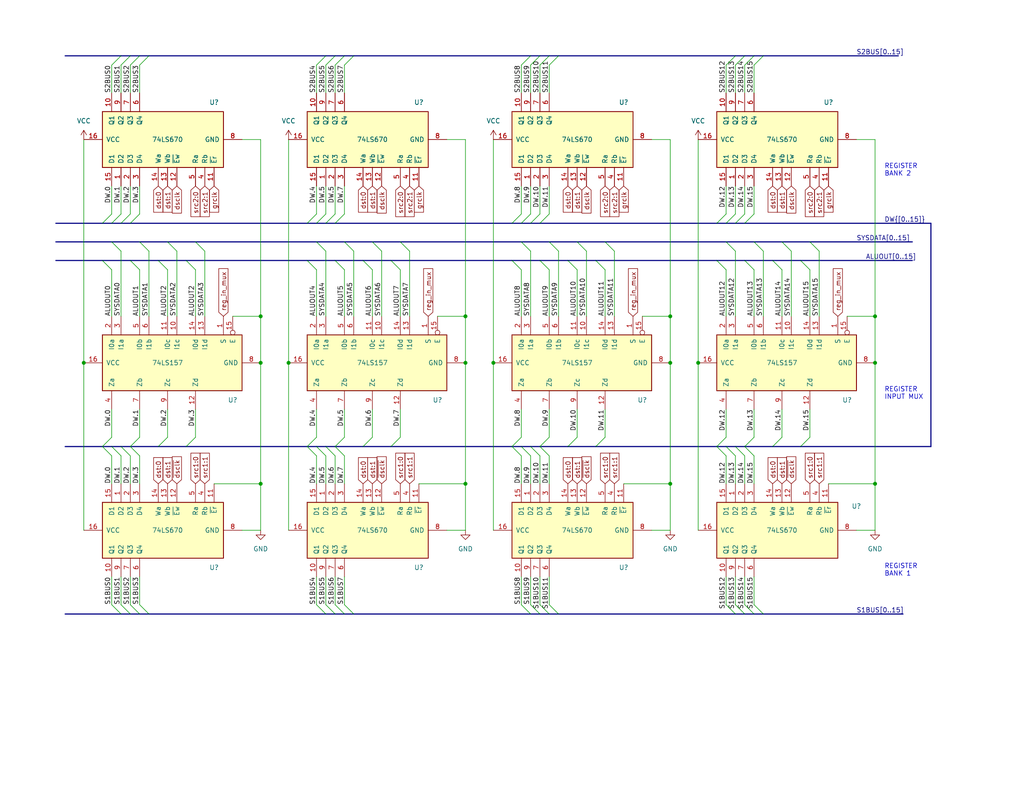
<source format=kicad_sch>
(kicad_sch (version 20211123) (generator eeschema)
  (paper "USLetter")
  (title_block (title "YARC General Registers") (comment 1 "All ICs are HC family regardless of P/N shown"))
  (lib_symbols
    (symbol "74xx:74LS157" (pin_names (offset 1.016))
      (property "Reference" "U" (at -7.62 19.05 0))
      (property "Value" "74LS157" (at -7.62 -21.59 0))
      (symbol "74LS157_1_0"
        (pin input line (at -12.7 -15.24 0) (length 5.08) (name "S") (number "1"))
        (pin input line (at -12.7 -2.54 0) (length 5.08) (name "I1c") (number "10"))
        (pin input line (at -12.7 0 0) (length 5.08) (name "I0c") (number "11"))
        (pin output line (at 12.7 -7.62 180) (length 5.08) (name "Zd") (number "12"))
        (pin input line (at -12.7 -10.16 0) (length 5.08) (name "I1d") (number "13"))
        (pin input line (at -12.7 -7.62 0) (length 5.08) (name "I0d") (number "14"))
        (pin input inverted (at -12.7 -17.78 0) (length 5.08) (name "E") (number "15"))
        (pin power_in line (at 0 22.86 270) (length 5.08) (name "VCC") (number "16"))
        (pin input line (at -12.7 15.24 0) (length 5.08) (name "I0a") (number "2"))
        (pin input line (at -12.7 12.7 0) (length 5.08) (name "I1a") (number "3"))
        (pin output line (at 12.7 15.24 180) (length 5.08) (name "Za") (number "4"))
        (pin input line (at -12.7 7.62 0) (length 5.08) (name "I0b") (number "5"))
        (pin input line (at -12.7 5.08 0) (length 5.08) (name "I1b") (number "6"))
        (pin output line (at 12.7 7.62 180) (length 5.08) (name "Zb") (number "7"))
        (pin power_in line (at 0 -25.4 90) (length 5.08) (name "GND") (number "8"))
        (pin output line (at 12.7 0 180) (length 5.08) (name "Zc") (number "9"))
      )
      (symbol "74LS157_1_1"
        (rectangle (start -7.62 17.78) (end 7.62 -20.32) (stroke (width 0.254)) (fill (type background)))
      )
    )
    (symbol "74xx:74LS670" (pin_names (offset 1.016))
      (property "Reference" "U" (at -7.62 16.51 0))
      (property "Value" "74LS670" (at -7.62 -19.05 0))
      (symbol "74LS670_1_0"
        (pin input line (at -12.7 10.16 0) (length 5.08) (name "D2") (number "1"))
        (pin tri_state line (at 12.7 12.7 180) (length 5.08) (name "Q1") (number "10"))
        (pin input line (at -12.7 -15.24 0) (length 5.08) (name "~{Er}") (number "11"))
        (pin input line (at -12.7 -5.08 0) (length 5.08) (name "~{Ew}") (number "12"))
        (pin input line (at -12.7 -2.54 0) (length 5.08) (name "Wb") (number "13"))
        (pin input line (at -12.7 0 0) (length 5.08) (name "Wa") (number "14"))
        (pin input line (at -12.7 12.7 0) (length 5.08) (name "D1") (number "15"))
        (pin power_in line (at 0 20.32 270) (length 5.08) (name "VCC") (number "16"))
        (pin input line (at -12.7 7.62 0) (length 5.08) (name "D3") (number "2"))
        (pin input line (at -12.7 5.08 0) (length 5.08) (name "D4") (number "3"))
        (pin input line (at -12.7 -12.7 0) (length 5.08) (name "Rb") (number "4"))
        (pin input line (at -12.7 -10.16 0) (length 5.08) (name "Ra") (number "5"))
        (pin tri_state line (at 12.7 5.08 180) (length 5.08) (name "Q4") (number "6"))
        (pin tri_state line (at 12.7 7.62 180) (length 5.08) (name "Q3") (number "7"))
        (pin power_in line (at 0 -22.86 90) (length 5.08) (name "GND") (number "8"))
        (pin tri_state line (at 12.7 10.16 180) (length 5.08) (name "Q2") (number "9"))
      )
      (symbol "74LS670_1_1"
        (rectangle (start -7.62 15.24) (end 7.62 -17.78) (stroke (width 0.254)) (fill (type background)))
      )
    )
    (symbol "power:GND" (power) (pin_names (offset 0))
      (property "Value" "GND" (at 0 -3.81 0))
      (symbol "GND_0_1"
        (polyline (pts (xy 0 0) (xy 0 -1.27) (xy 1.27 -1.27) (xy 0 -2.54) (xy -1.27 -1.27) (xy 0 -1.27)))
      )
      (symbol "GND_1_1"
        (pin power_in line (at 0 0 270) (length 0) hide (name "GND") (number "1"))
      )
    )
    (symbol "power:VCC" (power) (pin_names (offset 0))
      (property "Value" "VCC" (at 0 3.81 0))
      (symbol "VCC_0_1"
        (polyline (pts (xy -0.762 1.27) (xy 0 2.54)))
        (polyline (pts (xy 0 0) (xy 0 2.54)))
        (polyline (pts (xy 0 2.54) (xy 0.762 1.27)))
      )
      (symbol "VCC_1_1"
        (pin power_in line (at 0 0 90) (length 0) hide (name "VCC") (number "1"))
      )
    )
  )
  (junction (at 182.88 86.36))
  (junction (at 182.88 132.08))
  (junction (at 127 99.06))
  (junction (at 71.12 86.36))
  (junction (at 71.12 132.08))
  (junction (at 190.5 99.06))
  (junction (at 238.76 99.06))
  (junction (at 238.76 132.08))
  (junction (at 78.74 99.06))
  (junction (at 182.88 99.06))
  (junction (at 134.62 99.06))
  (junction (at 127 86.36))
  (junction (at 238.76 86.36))
  (junction (at 71.12 99.06))
  (junction (at 127 132.08))
  (junction (at 22.86 99.06))
  (bus_entry (at 93.98 66.04) (size 2.54 2.54))
  (bus_entry (at 195.58 60.96) (size 2.54 -2.54))
  (bus_entry (at 147.32 121.92) (size 2.54 2.54))
  (bus_entry (at 203.2 71.12) (size 2.54 2.54))
  (bus_entry (at 149.86 15.24) (size -2.54 2.54))
  (bus_entry (at 149.86 66.04) (size 2.54 2.54))
  (bus_entry (at 96.52 167.64) (size -2.54 -2.54))
  (bus_entry (at 40.64 15.24) (size -2.54 2.54))
  (bus_entry (at 139.7 60.96) (size 2.54 -2.54))
  (bus_entry (at 152.4 15.24) (size -2.54 2.54))
  (bus_entry (at 38.1 66.04) (size 2.54 2.54))
  (bus_entry (at 99.06 121.92) (size 2.54 -2.54))
  (bus_entry (at 83.82 60.96) (size 2.54 -2.54))
  (bus_entry (at 45.72 66.04) (size 2.54 2.54))
  (bus_entry (at 33.02 121.92) (size 2.54 2.54))
  (bus_entry (at 30.48 60.96) (size 2.54 -2.54))
  (bus_entry (at 162.56 121.92) (size 2.54 -2.54))
  (bus_entry (at 38.1 167.64) (size -2.54 -2.54))
  (bus_entry (at 152.4 167.64) (size -2.54 -2.54))
  (bus_entry (at 35.56 15.24) (size -2.54 2.54))
  (bus_entry (at 35.56 167.64) (size -2.54 -2.54))
  (bus_entry (at 203.2 167.64) (size -2.54 -2.54))
  (bus_entry (at 30.48 121.92) (size 2.54 2.54))
  (bus_entry (at 205.74 167.64) (size -2.54 -2.54))
  (bus_entry (at 86.36 66.04) (size 2.54 2.54))
  (bus_entry (at 50.8 121.92) (size 2.54 -2.54))
  (bus_entry (at 149.86 167.64) (size -2.54 -2.54))
  (bus_entry (at 203.2 15.24) (size -2.54 2.54))
  (bus_entry (at 195.58 121.92) (size 2.54 -2.54))
  (bus_entry (at 210.82 71.12) (size 2.54 2.54))
  (bus_entry (at 144.78 167.64) (size -2.54 -2.54))
  (bus_entry (at 91.44 71.12) (size 2.54 2.54))
  (bus_entry (at 203.2 121.92) (size 2.54 2.54))
  (bus_entry (at 88.9 60.96) (size 2.54 -2.54))
  (bus_entry (at 83.82 71.12) (size 2.54 2.54))
  (bus_entry (at 27.94 121.92) (size 2.54 2.54))
  (bus_entry (at 43.18 71.12) (size 2.54 2.54))
  (bus_entry (at 91.44 121.92) (size 2.54 -2.54))
  (bus_entry (at 147.32 71.12) (size 2.54 2.54))
  (bus_entry (at 218.44 71.12) (size 2.54 2.54))
  (bus_entry (at 86.36 121.92) (size 2.54 2.54))
  (bus_entry (at 88.9 167.64) (size -2.54 -2.54))
  (bus_entry (at 157.48 66.04) (size 2.54 2.54))
  (bus_entry (at 35.56 121.92) (size 2.54 2.54))
  (bus_entry (at 86.36 60.96) (size 2.54 -2.54))
  (bus_entry (at 142.24 121.92) (size 2.54 2.54))
  (bus_entry (at 200.66 167.64) (size -2.54 -2.54))
  (bus_entry (at 40.64 167.64) (size -2.54 -2.54))
  (bus_entry (at 83.82 121.92) (size 2.54 2.54))
  (bus_entry (at 101.6 66.04) (size 2.54 2.54))
  (bus_entry (at 35.56 71.12) (size 2.54 2.54))
  (bus_entry (at 35.56 60.96) (size 2.54 -2.54))
  (bus_entry (at 144.78 60.96) (size 2.54 -2.54))
  (bus_entry (at 106.68 71.12) (size 2.54 2.54))
  (bus_entry (at 27.94 71.12) (size 2.54 2.54))
  (bus_entry (at 200.66 15.24) (size -2.54 2.54))
  (bus_entry (at 91.44 15.24) (size -2.54 2.54))
  (bus_entry (at 27.94 60.96) (size 2.54 -2.54))
  (bus_entry (at 203.2 121.92) (size 2.54 -2.54))
  (bus_entry (at 83.82 121.92) (size 2.54 -2.54))
  (bus_entry (at 35.56 121.92) (size 2.54 -2.54))
  (bus_entry (at 208.28 167.64) (size -2.54 -2.54))
  (bus_entry (at 218.44 121.92) (size 2.54 -2.54))
  (bus_entry (at 88.9 15.24) (size -2.54 2.54))
  (bus_entry (at 154.94 121.92) (size 2.54 -2.54))
  (bus_entry (at 53.34 66.04) (size 2.54 2.54))
  (bus_entry (at 30.48 66.04) (size 2.54 2.54))
  (bus_entry (at 165.1 66.04) (size 2.54 2.54))
  (bus_entry (at 195.58 121.92) (size 2.54 2.54))
  (bus_entry (at 195.58 71.12) (size 2.54 2.54))
  (bus_entry (at 147.32 121.92) (size 2.54 -2.54))
  (bus_entry (at 38.1 15.24) (size -2.54 2.54))
  (bus_entry (at 50.8 71.12) (size 2.54 2.54))
  (bus_entry (at 147.32 15.24) (size -2.54 2.54))
  (bus_entry (at 198.12 60.96) (size 2.54 -2.54))
  (bus_entry (at 27.94 121.92) (size 2.54 -2.54))
  (bus_entry (at 142.24 66.04) (size 2.54 2.54))
  (bus_entry (at 99.06 71.12) (size 2.54 2.54))
  (bus_entry (at 147.32 60.96) (size 2.54 -2.54))
  (bus_entry (at 154.94 71.12) (size 2.54 2.54))
  (bus_entry (at 33.02 15.24) (size -2.54 2.54))
  (bus_entry (at 43.18 121.92) (size 2.54 -2.54))
  (bus_entry (at 198.12 121.92) (size 2.54 2.54))
  (bus_entry (at 33.02 60.96) (size 2.54 -2.54))
  (bus_entry (at 147.32 167.64) (size -2.54 -2.54))
  (bus_entry (at 210.82 121.92) (size 2.54 -2.54))
  (bus_entry (at 213.36 66.04) (size 2.54 2.54))
  (bus_entry (at 144.78 15.24) (size -2.54 2.54))
  (bus_entry (at 93.98 167.64) (size -2.54 -2.54))
  (bus_entry (at 88.9 121.92) (size 2.54 2.54))
  (bus_entry (at 91.44 167.64) (size -2.54 -2.54))
  (bus_entry (at 142.24 60.96) (size 2.54 -2.54))
  (bus_entry (at 208.28 15.24) (size -2.54 2.54))
  (bus_entry (at 91.44 60.96) (size 2.54 -2.54))
  (bus_entry (at 205.74 66.04) (size 2.54 2.54))
  (bus_entry (at 93.98 15.24) (size -2.54 2.54))
  (bus_entry (at 200.66 121.92) (size 2.54 2.54))
  (bus_entry (at 205.74 15.24) (size -2.54 2.54))
  (bus_entry (at 33.02 167.64) (size -2.54 -2.54))
  (bus_entry (at 139.7 121.92) (size 2.54 2.54))
  (bus_entry (at 220.98 66.04) (size 2.54 2.54))
  (bus_entry (at 200.66 60.96) (size 2.54 -2.54))
  (bus_entry (at 96.52 15.24) (size -2.54 2.54))
  (bus_entry (at 162.56 71.12) (size 2.54 2.54))
  (bus_entry (at 109.22 66.04) (size 2.54 2.54))
  (bus_entry (at 198.12 66.04) (size 2.54 2.54))
  (bus_entry (at 91.44 121.92) (size 2.54 2.54))
  (bus_entry (at 106.68 121.92) (size 2.54 -2.54))
  (bus_entry (at 139.7 71.12) (size 2.54 2.54))
  (bus_entry (at 139.7 121.92) (size 2.54 -2.54))
  (bus_entry (at 203.2 60.96) (size 2.54 -2.54))
  (bus_entry (at 144.78 121.92) (size 2.54 2.54))
  (wire (pts (xy 205.74 73.66) (xy 205.74 86.36)))
  (bus (pts (xy 200.66 15.24) (xy 203.2 15.24)))
  (bus (pts (xy 83.82 71.12) (xy 91.44 71.12)))
  (wire (pts (xy 190.5 38.1) (xy 190.5 99.06)))
  (bus (pts (xy 142.24 66.04) (xy 149.86 66.04)))
  (wire (pts (xy 144.78 124.46) (xy 144.78 132.08)))
  (wire (pts (xy 86.36 165.1) (xy 86.36 157.48)))
  (bus (pts (xy 154.94 121.92) (xy 162.56 121.92)))
  (bus (pts (xy 53.34 66.04) (xy 86.36 66.04)))
  (wire (pts (xy 104.14 68.58) (xy 104.14 86.36)))
  (wire (pts (xy 121.92 144.78) (xy 127 144.78)))
  (bus (pts (xy 88.9 15.24) (xy 91.44 15.24)))
  (bus (pts (xy 91.44 121.92) (xy 99.06 121.92)))
  (bus (pts (xy 35.56 167.64) (xy 38.1 167.64)))
  (wire (pts (xy 208.28 68.58) (xy 208.28 86.36)))
  (bus (pts (xy 30.48 60.96) (xy 33.02 60.96)))
  (bus (pts (xy 86.36 60.96) (xy 88.9 60.96)))
  (wire (pts (xy 233.68 144.78) (xy 238.76 144.78)))
  (wire (pts (xy 101.6 119.38) (xy 101.6 111.76)))
  (bus (pts (xy 210.82 121.92) (xy 218.44 121.92)))
  (wire (pts (xy 175.26 86.36) (xy 182.88 86.36)))
  (bus (pts (xy 106.68 71.12) (xy 139.7 71.12)))
  (bus (pts (xy 205.74 66.04) (xy 213.36 66.04)))
  (wire (pts (xy 182.88 38.1) (xy 182.88 86.36)))
  (wire (pts (xy 30.48 17.78) (xy 30.48 25.4)))
  (wire (pts (xy 198.12 17.78) (xy 198.12 25.4)))
  (wire (pts (xy 35.56 165.1) (xy 35.56 157.48)))
  (bus (pts (xy 152.4 167.64) (xy 200.66 167.64)))
  (wire (pts (xy 142.24 165.1) (xy 142.24 157.48)))
  (wire (pts (xy 58.42 132.08) (xy 71.12 132.08)))
  (wire (pts (xy 149.86 165.1) (xy 149.86 157.48)))
  (bus (pts (xy 220.98 66.04) (xy 248.92 66.04)))
  (wire (pts (xy 200.66 58.42) (xy 200.66 50.8)))
  (wire (pts (xy 182.88 144.78) (xy 182.88 132.08)))
  (bus (pts (xy 139.7 71.12) (xy 147.32 71.12)))
  (wire (pts (xy 205.74 165.1) (xy 205.74 157.48)))
  (bus (pts (xy 91.44 60.96) (xy 139.7 60.96)))
  (wire (pts (xy 88.9 58.42) (xy 88.9 50.8)))
  (wire (pts (xy 231.14 86.36) (xy 238.76 86.36)))
  (wire (pts (xy 38.1 73.66) (xy 38.1 86.36)))
  (wire (pts (xy 127 38.1) (xy 121.92 38.1)))
  (bus (pts (xy 33.02 60.96) (xy 35.56 60.96)))
  (bus (pts (xy 38.1 66.04) (xy 45.72 66.04)))
  (wire (pts (xy 38.1 119.38) (xy 38.1 111.76)))
  (bus (pts (xy 144.78 167.64) (xy 147.32 167.64)))
  (wire (pts (xy 142.24 17.78) (xy 142.24 25.4)))
  (wire (pts (xy 149.86 17.78) (xy 149.86 25.4)))
  (wire (pts (xy 177.8 144.78) (xy 182.88 144.78)))
  (wire (pts (xy 149.86 124.46) (xy 149.86 132.08)))
  (wire (pts (xy 48.26 68.58) (xy 48.26 86.36)))
  (wire (pts (xy 86.36 73.66) (xy 86.36 86.36)))
  (wire (pts (xy 101.6 73.66) (xy 101.6 86.36)))
  (bus (pts (xy 147.32 71.12) (xy 154.94 71.12)))
  (bus (pts (xy 147.32 60.96) (xy 195.58 60.96)))
  (bus (pts (xy 198.12 121.92) (xy 200.66 121.92)))
  (bus (pts (xy 93.98 66.04) (xy 101.6 66.04)))
  (wire (pts (xy 71.12 132.08) (xy 71.12 99.06)))
  (wire (pts (xy 93.98 124.46) (xy 93.98 132.08)))
  (bus (pts (xy 142.24 121.92) (xy 144.78 121.92)))
  (wire (pts (xy 213.36 119.38) (xy 213.36 111.76)))
  (wire (pts (xy 114.3 132.08) (xy 127 132.08)))
  (wire (pts (xy 215.9 68.58) (xy 215.9 86.36)))
  (wire (pts (xy 35.56 58.42) (xy 35.56 50.8)))
  (wire (pts (xy 142.24 58.42) (xy 142.24 50.8)))
  (bus (pts (xy 208.28 167.64) (xy 246.38 167.64)))
  (wire (pts (xy 88.9 17.78) (xy 88.9 25.4)))
  (wire (pts (xy 238.76 86.36) (xy 238.76 99.06)))
  (wire (pts (xy 165.1 73.66) (xy 165.1 86.36)))
  (wire (pts (xy 144.78 17.78) (xy 144.78 25.4)))
  (wire (pts (xy 203.2 165.1) (xy 203.2 157.48)))
  (wire (pts (xy 93.98 58.42) (xy 93.98 50.8)))
  (wire (pts (xy 205.74 124.46) (xy 205.74 132.08)))
  (wire (pts (xy 40.64 68.58) (xy 40.64 86.36)))
  (bus (pts (xy 86.36 66.04) (xy 93.98 66.04)))
  (wire (pts (xy 165.1 119.38) (xy 165.1 111.76)))
  (wire (pts (xy 30.48 119.38) (xy 30.48 111.76)))
  (wire (pts (xy 203.2 17.78) (xy 203.2 25.4)))
  (wire (pts (xy 63.5 86.36) (xy 71.12 86.36)))
  (wire (pts (xy 238.76 132.08) (xy 238.76 99.06)))
  (bus (pts (xy 144.78 60.96) (xy 147.32 60.96)))
  (wire (pts (xy 30.48 124.46) (xy 30.48 132.08)))
  (bus (pts (xy 43.18 121.92) (xy 50.8 121.92)))
  (bus (pts (xy 86.36 121.92) (xy 88.9 121.92)))
  (bus (pts (xy 205.74 167.64) (xy 208.28 167.64)))
  (wire (pts (xy 78.74 38.1) (xy 78.74 99.06)))
  (bus (pts (xy 203.2 167.64) (xy 205.74 167.64)))
  (bus (pts (xy 203.2 15.24) (xy 205.74 15.24)))
  (wire (pts (xy 220.98 119.38) (xy 220.98 111.76)))
  (wire (pts (xy 93.98 119.38) (xy 93.98 111.76)))
  (wire (pts (xy 152.4 68.58) (xy 152.4 86.36)))
  (wire (pts (xy 142.24 73.66) (xy 142.24 86.36)))
  (bus (pts (xy 157.48 66.04) (xy 165.1 66.04)))
  (wire (pts (xy 91.44 17.78) (xy 91.44 25.4)))
  (wire (pts (xy 45.72 73.66) (xy 45.72 86.36)))
  (wire (pts (xy 71.12 144.78) (xy 71.12 132.08)))
  (bus (pts (xy 17.78 167.64) (xy 33.02 167.64)))
  (wire (pts (xy 38.1 58.42) (xy 38.1 50.8)))
  (wire (pts (xy 30.48 58.42) (xy 30.48 50.8)))
  (bus (pts (xy 40.64 15.24) (xy 88.9 15.24)))
  (bus (pts (xy 147.32 121.92) (xy 154.94 121.92)))
  (bus (pts (xy 38.1 15.24) (xy 40.64 15.24)))
  (wire (pts (xy 198.12 73.66) (xy 198.12 86.36)))
  (wire (pts (xy 200.66 124.46) (xy 200.66 132.08)))
  (wire (pts (xy 93.98 165.1) (xy 93.98 157.48)))
  (bus (pts (xy 106.68 121.92) (xy 139.7 121.92)))
  (wire (pts (xy 205.74 119.38) (xy 205.74 111.76)))
  (wire (pts (xy 182.88 132.08) (xy 182.88 99.06)))
  (wire (pts (xy 198.12 119.38) (xy 198.12 111.76)))
  (wire (pts (xy 190.5 144.78) (xy 190.5 99.06)))
  (bus (pts (xy 210.82 71.12) (xy 218.44 71.12)))
  (bus (pts (xy 99.06 71.12) (xy 106.68 71.12)))
  (bus (pts (xy 195.58 121.92) (xy 198.12 121.92)))
  (wire (pts (xy 147.32 17.78) (xy 147.32 25.4)))
  (bus (pts (xy 144.78 15.24) (xy 147.32 15.24)))
  (wire (pts (xy 198.12 58.42) (xy 198.12 50.8)))
  (bus (pts (xy 35.56 60.96) (xy 83.82 60.96)))
  (bus (pts (xy 83.82 60.96) (xy 86.36 60.96)))
  (wire (pts (xy 147.32 165.1) (xy 147.32 157.48)))
  (wire (pts (xy 149.86 73.66) (xy 149.86 86.36)))
  (wire (pts (xy 147.32 58.42) (xy 147.32 50.8)))
  (bus (pts (xy 91.44 167.64) (xy 93.98 167.64)))
  (bus (pts (xy 50.8 121.92) (xy 83.82 121.92)))
  (wire (pts (xy 78.74 144.78) (xy 78.74 99.06)))
  (bus (pts (xy 149.86 66.04) (xy 157.48 66.04)))
  (wire (pts (xy 119.38 86.36) (xy 127 86.36)))
  (wire (pts (xy 200.66 68.58) (xy 200.66 86.36)))
  (bus (pts (xy 88.9 60.96) (xy 91.44 60.96)))
  (wire (pts (xy 66.04 144.78) (xy 71.12 144.78)))
  (wire (pts (xy 238.76 144.78) (xy 238.76 132.08)))
  (wire (pts (xy 53.34 73.66) (xy 53.34 86.36)))
  (bus (pts (xy 205.74 15.24) (xy 208.28 15.24)))
  (wire (pts (xy 35.56 124.46) (xy 35.56 132.08)))
  (wire (pts (xy 45.72 119.38) (xy 45.72 111.76)))
  (wire (pts (xy 198.12 165.1) (xy 198.12 157.48)))
  (bus (pts (xy 200.66 60.96) (xy 203.2 60.96)))
  (bus (pts (xy 83.82 121.92) (xy 86.36 121.92)))
  (wire (pts (xy 127 144.78) (xy 127 132.08)))
  (bus (pts (xy 200.66 167.64) (xy 203.2 167.64)))
  (bus (pts (xy 149.86 167.64) (xy 152.4 167.64)))
  (bus (pts (xy 93.98 15.24) (xy 96.52 15.24)))
  (bus (pts (xy 96.52 167.64) (xy 144.78 167.64)))
  (wire (pts (xy 33.02 124.46) (xy 33.02 132.08)))
  (bus (pts (xy 198.12 60.96) (xy 200.66 60.96)))
  (bus (pts (xy 40.64 167.64) (xy 88.9 167.64)))
  (wire (pts (xy 33.02 58.42) (xy 33.02 50.8)))
  (bus (pts (xy 162.56 71.12) (xy 195.58 71.12)))
  (wire (pts (xy 134.62 144.78) (xy 134.62 99.06)))
  (wire (pts (xy 66.04 38.1) (xy 71.12 38.1)))
  (wire (pts (xy 53.34 119.38) (xy 53.34 111.76)))
  (wire (pts (xy 213.36 73.66) (xy 213.36 86.36)))
  (bus (pts (xy 162.56 121.92) (xy 195.58 121.92)))
  (wire (pts (xy 88.9 124.46) (xy 88.9 132.08)))
  (bus (pts (xy 17.78 121.92) (xy 27.94 121.92)))
  (wire (pts (xy 127 132.08) (xy 127 99.06)))
  (wire (pts (xy 35.56 17.78) (xy 35.56 25.4)))
  (wire (pts (xy 86.36 17.78) (xy 86.36 25.4)))
  (bus (pts (xy 198.12 66.04) (xy 205.74 66.04)))
  (wire (pts (xy 96.52 68.58) (xy 96.52 86.36)))
  (wire (pts (xy 71.12 86.36) (xy 71.12 99.06)))
  (wire (pts (xy 33.02 17.78) (xy 33.02 25.4)))
  (wire (pts (xy 157.48 119.38) (xy 157.48 111.76)))
  (wire (pts (xy 167.64 68.58) (xy 167.64 86.36)))
  (bus (pts (xy 200.66 121.92) (xy 203.2 121.92)))
  (wire (pts (xy 144.78 68.58) (xy 144.78 86.36)))
  (wire (pts (xy 157.48 73.66) (xy 157.48 86.36)))
  (wire (pts (xy 142.24 124.46) (xy 142.24 132.08)))
  (wire (pts (xy 109.22 119.38) (xy 109.22 111.76)))
  (bus (pts (xy 15.24 60.96) (xy 27.94 60.96)))
  (wire (pts (xy 203.2 58.42) (xy 203.2 50.8)))
  (wire (pts (xy 93.98 73.66) (xy 93.98 86.36)))
  (bus (pts (xy 35.56 71.12) (xy 43.18 71.12)))
  (wire (pts (xy 93.98 17.78) (xy 93.98 25.4)))
  (bus (pts (xy 35.56 121.92) (xy 43.18 121.92)))
  (wire (pts (xy 86.36 119.38) (xy 86.36 111.76)))
  (bus (pts (xy 99.06 121.92) (xy 106.68 121.92)))
  (wire (pts (xy 86.36 124.46) (xy 86.36 132.08)))
  (bus (pts (xy 195.58 60.96) (xy 198.12 60.96)))
  (bus (pts (xy 88.9 121.92) (xy 91.44 121.92)))
  (bus (pts (xy 218.44 121.92) (xy 254 121.92)))
  (wire (pts (xy 22.86 38.1) (xy 22.86 99.06)))
  (bus (pts (xy 35.56 15.24) (xy 38.1 15.24)))
  (bus (pts (xy 147.32 167.64) (xy 149.86 167.64)))
  (bus (pts (xy 17.78 15.24) (xy 33.02 15.24)))
  (bus (pts (xy 203.2 121.92) (xy 210.82 121.92)))
  (wire (pts (xy 33.02 68.58) (xy 33.02 86.36)))
  (bus (pts (xy 152.4 15.24) (xy 200.66 15.24)))
  (wire (pts (xy 200.66 17.78) (xy 200.66 25.4)))
  (bus (pts (xy 195.58 71.12) (xy 203.2 71.12)))
  (wire (pts (xy 220.98 73.66) (xy 220.98 86.36)))
  (wire (pts (xy 86.36 58.42) (xy 86.36 50.8)))
  (wire (pts (xy 111.76 68.58) (xy 111.76 86.36)))
  (wire (pts (xy 88.9 68.58) (xy 88.9 86.36)))
  (wire (pts (xy 30.48 165.1) (xy 30.48 157.48)))
  (bus (pts (xy 154.94 71.12) (xy 162.56 71.12)))
  (bus (pts (xy 139.7 60.96) (xy 142.24 60.96)))
  (bus (pts (xy 33.02 15.24) (xy 35.56 15.24)))
  (wire (pts (xy 203.2 124.46) (xy 203.2 132.08)))
  (wire (pts (xy 127 86.36) (xy 127 38.1)))
  (bus (pts (xy 27.94 60.96) (xy 30.48 60.96)))
  (bus (pts (xy 30.48 66.04) (xy 38.1 66.04)))
  (bus (pts (xy 91.44 71.12) (xy 99.06 71.12)))
  (wire (pts (xy 149.86 58.42) (xy 149.86 50.8)))
  (wire (pts (xy 30.48 73.66) (xy 30.48 86.36)))
  (wire (pts (xy 147.32 124.46) (xy 147.32 132.08)))
  (wire (pts (xy 38.1 165.1) (xy 38.1 157.48)))
  (bus (pts (xy 149.86 15.24) (xy 152.4 15.24)))
  (bus (pts (xy 101.6 66.04) (xy 109.22 66.04)))
  (wire (pts (xy 205.74 17.78) (xy 205.74 25.4)))
  (bus (pts (xy 50.8 71.12) (xy 83.82 71.12)))
  (wire (pts (xy 223.52 68.58) (xy 223.52 86.36)))
  (wire (pts (xy 88.9 165.1) (xy 88.9 157.48)))
  (wire (pts (xy 205.74 58.42) (xy 205.74 50.8)))
  (bus (pts (xy 45.72 66.04) (xy 53.34 66.04)))
  (wire (pts (xy 91.44 165.1) (xy 91.44 157.48)))
  (wire (pts (xy 160.02 68.58) (xy 160.02 86.36)))
  (wire (pts (xy 233.68 38.1) (xy 238.76 38.1)))
  (bus (pts (xy 147.32 15.24) (xy 149.86 15.24)))
  (bus (pts (xy 254 60.96) (xy 254 121.92)))
  (bus (pts (xy 109.22 66.04) (xy 142.24 66.04)))
  (bus (pts (xy 144.78 121.92) (xy 147.32 121.92)))
  (wire (pts (xy 182.88 86.36) (xy 182.88 99.06)))
  (wire (pts (xy 142.24 119.38) (xy 142.24 111.76)))
  (wire (pts (xy 38.1 124.46) (xy 38.1 132.08)))
  (bus (pts (xy 165.1 66.04) (xy 198.12 66.04)))
  (bus (pts (xy 38.1 167.64) (xy 40.64 167.64)))
  (wire (pts (xy 127 99.06) (xy 127 86.36)))
  (bus (pts (xy 33.02 167.64) (xy 35.56 167.64)))
  (bus (pts (xy 43.18 71.12) (xy 50.8 71.12)))
  (bus (pts (xy 15.24 71.12) (xy 27.94 71.12)))
  (wire (pts (xy 200.66 165.1) (xy 200.66 157.48)))
  (wire (pts (xy 55.88 68.58) (xy 55.88 86.36)))
  (wire (pts (xy 109.22 73.66) (xy 109.22 86.36)))
  (bus (pts (xy 142.24 60.96) (xy 144.78 60.96)))
  (bus (pts (xy 33.02 121.92) (xy 35.56 121.92)))
  (bus (pts (xy 213.36 66.04) (xy 220.98 66.04)))
  (wire (pts (xy 91.44 124.46) (xy 91.44 132.08)))
  (bus (pts (xy 208.28 15.24) (xy 245.11 15.24)))
  (wire (pts (xy 33.02 165.1) (xy 33.02 157.48)))
  (wire (pts (xy 71.12 38.1) (xy 71.12 86.36)))
  (wire (pts (xy 177.8 38.1) (xy 182.88 38.1)))
  (wire (pts (xy 238.76 38.1) (xy 238.76 86.36)))
  (bus (pts (xy 15.24 66.04) (xy 30.48 66.04)))
  (wire (pts (xy 144.78 58.42) (xy 144.78 50.8)))
  (bus (pts (xy 203.2 71.12) (xy 210.82 71.12)))
  (bus (pts (xy 139.7 121.92) (xy 142.24 121.92)))
  (bus (pts (xy 27.94 121.92) (xy 30.48 121.92)))
  (bus (pts (xy 30.48 121.92) (xy 33.02 121.92)))
  (wire (pts (xy 149.86 119.38) (xy 149.86 111.76)))
  (bus (pts (xy 203.2 60.96) (xy 254 60.96)))
  (bus (pts (xy 88.9 167.64) (xy 91.44 167.64)))
  (wire (pts (xy 134.62 38.1) (xy 134.62 99.06)))
  (bus (pts (xy 96.52 15.24) (xy 144.78 15.24)))
  (wire (pts (xy 226.06 132.08) (xy 238.76 132.08)))
  (wire (pts (xy 91.44 58.42) (xy 91.44 50.8)))
  (wire (pts (xy 170.18 132.08) (xy 182.88 132.08)))
  (wire (pts (xy 22.86 144.78) (xy 22.86 99.06)))
  (bus (pts (xy 27.94 71.12) (xy 35.56 71.12)))
  (wire (pts (xy 198.12 124.46) (xy 198.12 132.08)))
  (wire (pts (xy 38.1 17.78) (xy 38.1 25.4)))
  (bus (pts (xy 218.44 71.12) (xy 248.92 71.12)))
  (bus (pts (xy 91.44 15.24) (xy 93.98 15.24)))
  (bus (pts (xy 93.98 167.64) (xy 96.52 167.64)))
  (wire (pts (xy 144.78 165.1) (xy 144.78 157.48)))
  (text "REGISTER\nBANK 2" (at 241.3 48.26 0) (effects (font (size 1.27 1.27)) (justify left bottom)))
  (text "REGISTER\nBANK 1" (at 241.3 157.48 0) (effects (font (size 1.27 1.27)) (justify left bottom)))
  (text "REGISTER\nINPUT MUX" (at 241.3 109.22 0) (effects (font (size 1.27 1.27)) (justify left bottom)))
  (label "DW.10" (at 157.48 111.76 270))
  (label "S1BUS14" (at 203.2 157.48 270))
  (label "ALUOUT7" (at 109.22 86.36 90))
  (label "DW.14" (at 203.2 50.8 270))
  (label "DW.0" (at 30.48 132.08 90))
  (label "SYSDATA15" (at 223.52 86.36 90))
  (label "ALUOUT2" (at 53.34 86.36 90))
  (label "DW.6" (at 101.6 111.76 270))
  (label "S2BUS3" (at 38.1 25.4 90))
  (label "DW.9" (at 144.78 50.8 270))
  (label "DW.12" (at 198.12 50.8 270))
  (label "DW.6" (at 91.44 132.08 90))
  (label "ALUOUT4" (at 86.36 86.36 90))
  (label "S2BUS1" (at 33.02 25.4 90))
  (label "S1BUS6" (at 91.44 157.48 270))
  (label "DW.9" (at 149.86 111.76 270))
  (label "DW.5" (at 93.98 111.76 270))
  (label "SYSDATA11" (at 167.64 86.36 90))
  (label "S2BUS0" (at 30.48 25.4 90))
  (label "DW.4" (at 86.36 111.76 270))
  (label "S2BUS8" (at 142.24 25.4 90))
  (label "ALUOUT0" (at 30.48 86.36 90))
  (label "ALUOUT1" (at 38.1 86.36 90))
  (label "DW.13" (at 205.74 111.76 270))
  (label "DW.5" (at 91.44 50.8 270))
  (label "SYSDATA7" (at 111.76 86.36 90))
  (label "S2BUS13" (at 200.66 25.4 90))
  (label "ALUOUT9" (at 149.86 86.36 90))
  (label "DW.1" (at 33.02 50.8 270))
  (label "ALUOUT13" (at 205.74 86.36 90))
  (label "DW.8" (at 142.24 50.8 270))
  (label "DW.0" (at 30.48 50.8 270))
  (label "S2BUS[0..15]" (at 233.68 15.24 0))
  (label "SYSDATA2" (at 48.26 86.36 90))
  (label "DW.13" (at 200.66 50.8 270))
  (label "DW.12" (at 198.12 132.08 90))
  (label "DW.7" (at 93.98 132.08 90))
  (label "DW.3" (at 38.1 50.8 270))
  (label "SYSDATA1" (at 40.64 86.36 90))
  (label "ALUOUT14" (at 213.36 86.36 90))
  (label "S2BUS5" (at 88.9 25.4 90))
  (label "ALUOUT11" (at 165.1 86.36 90))
  (label "ALUOUT10" (at 157.48 86.36 90))
  (label "DW.10" (at 147.32 132.08 90))
  (label "SYSDATA3" (at 55.88 86.36 90))
  (label "ALUOUT15" (at 220.98 86.36 90))
  (label "S1BUS13" (at 200.66 157.48 270))
  (label "ALUOUT6" (at 101.6 86.36 90))
  (label "S2BUS9" (at 144.78 25.4 90))
  (label "DW.4" (at 86.36 132.08 90))
  (label "DW.0" (at 30.48 111.76 270))
  (label "SYSDATA9" (at 152.4 86.36 90))
  (label "S1BUS7" (at 93.98 157.48 270))
  (label "DW.5" (at 88.9 132.08 90))
  (label "DW.8" (at 142.24 111.76 270))
  (label "DW.11" (at 149.86 132.08 90))
  (label "S1BUS5" (at 88.9 157.48 270))
  (label "S2BUS2" (at 35.56 25.4 90))
  (label "DW.7" (at 109.22 111.76 270))
  (label "DW.12" (at 198.12 111.76 270))
  (label "DW.2" (at 35.56 50.8 270))
  (label "S2BUS14" (at 203.2 25.4 90))
  (label "SYSDATA13" (at 208.28 86.36 90))
  (label "S2BUS15" (at 205.74 25.4 90))
  (label "DW.11" (at 149.86 50.8 270))
  (label "SYSDATA[0..15]" (at 233.68 66.04 0))
  (label "DW.15" (at 220.98 111.76 270))
  (label "DW.15" (at 205.74 50.8 270))
  (label "SYSDATA0" (at 33.02 86.36 90))
  (label "SYSDATA12" (at 200.66 86.36 90))
  (label "SYSDATA5" (at 96.52 86.36 90))
  (label "DW.8" (at 142.24 132.08 90))
  (label "DW{[0..15]}" (at 241.3 60.96 0))
  (label "S1BUS[0..15]" (at 233.68 167.64 0))
  (label "ALUOUT[0..15]" (at 236.22 71.12 0))
  (label "SYSDATA10" (at 160.02 86.36 90))
  (label "DW.2" (at 35.56 132.08 90))
  (label "DW.4" (at 86.36 50.8 270))
  (label "DW.7" (at 93.98 50.8 270))
  (label "DW.11" (at 165.1 111.76 270))
  (label "ALUOUT5" (at 93.98 86.36 90))
  (label "DW.5" (at 88.9 50.8 270))
  (label "DW.13" (at 200.66 132.08 90))
  (label "S1BUS2" (at 35.56 157.48 270))
  (label "S1BUS8" (at 142.24 157.48 270))
  (label "S1BUS0" (at 30.48 157.48 270))
  (label "DW.10" (at 147.32 50.8 270))
  (label "S1BUS3" (at 38.1 157.48 270))
  (label "S1BUS10" (at 147.32 157.48 270))
  (label "S1BUS11" (at 149.86 157.48 270))
  (label "S2BUS4" (at 86.36 25.4 90))
  (label "DW.9" (at 144.78 132.08 90))
  (label "S1BUS12" (at 198.12 157.48 270))
  (label "S1BUS1" (at 33.02 157.48 270))
  (label "SYSDATA6" (at 104.14 86.36 90))
  (label "DW.3" (at 53.34 111.76 270))
  (label "DW.1" (at 33.02 132.08 90))
  (label "S2BUS6" (at 91.44 25.4 90))
  (label "S2BUS7" (at 93.98 25.4 90))
  (label "DW.15" (at 205.74 132.08 90))
  (label "DW.14" (at 213.36 111.76 270))
  (label "S2BUS11" (at 149.86 25.4 90))
  (label "DW.14" (at 203.2 132.08 90))
  (label "S2BUS12" (at 198.12 25.4 90))
  (label "S2BUS10" (at 147.32 25.4 90))
  (label "SYSDATA4" (at 88.9 86.36 90))
  (label "SYSDATA8" (at 144.78 86.36 90))
  (label "S1BUS9" (at 144.78 157.48 270))
  (label "ALUOUT12" (at 198.12 86.36 90))
  (label "ALUOUT2" (at 45.72 86.36 90))
  (label "SYSDATA14" (at 215.9 86.36 90))
  (label "DW.2" (at 45.72 111.76 270))
  (label "DW.3" (at 38.1 132.08 90))
  (label "S1BUS15" (at 205.74 157.48 270))
  (label "ALUOUT8" (at 142.24 86.36 90))
  (label "DW.1" (at 38.1 111.76 270))
  (label "S1BUS4" (at 86.36 157.48 270))
  (global_label "dst:0" (shape input) (at 210.82 132.08 90) (property "Intersheet References" "${INTERSHEET_REFS}" (effects hide)))
  (global_label "src1:1" (shape input) (at 111.76 132.08 90) (property "Intersheet References" "${INTERSHEET_REFS}" (effects hide)))
  (global_label "reg_in_mux" (shape input) (at 60.96 86.36 90) (property "Intersheet References" "${INTERSHEET_REFS}" (effects hide)))
  (global_label "~{dsclk}" (shape input) (at 104.14 132.08 90) (property "Intersheet References" "${INTERSHEET_REFS}" (effects hide)))
  (global_label "dst:0" (shape input) (at 154.94 132.08 90) (property "Intersheet References" "${INTERSHEET_REFS}" (effects hide)))
  (global_label "dst:0" (shape input) (at 43.18 50.8 270) (property "Intersheet References" "${INTERSHEET_REFS}" (effects hide)))
  (global_label "grclk" (shape input) (at 170.18 50.8 270) (property "Intersheet References" "${INTERSHEET_REFS}" (effects hide)))
  (global_label "src2:0" (shape input) (at 109.22 50.8 270) (property "Intersheet References" "${INTERSHEET_REFS}" (effects hide)))
  (global_label "reg_in_mux" (shape input) (at 172.72 86.36 90) (property "Intersheet References" "${INTERSHEET_REFS}" (effects hide)))
  (global_label "src2:1" (shape input) (at 167.64 50.8 270) (property "Intersheet References" "${INTERSHEET_REFS}" (effects hide)))
  (global_label "src1:1" (shape input) (at 167.64 132.08 90) (property "Intersheet References" "${INTERSHEET_REFS}" (effects hide)))
  (global_label "dst:1" (shape input) (at 101.6 132.08 90) (property "Intersheet References" "${INTERSHEET_REFS}" (effects hide)))
  (global_label "dsclk" (shape input) (at 160.02 50.8 270) (property "Intersheet References" "${INTERSHEET_REFS}" (effects hide)))
  (global_label "src2:0" (shape input) (at 220.98 50.8 270) (property "Intersheet References" "${INTERSHEET_REFS}" (effects hide)))
  (global_label "dst:1" (shape input) (at 213.36 132.08 90) (property "Intersheet References" "${INTERSHEET_REFS}" (effects hide)))
  (global_label "dst:1" (shape input) (at 157.48 132.08 90) (property "Intersheet References" "${INTERSHEET_REFS}" (effects hide)))
  (global_label "~{dsclk}" (shape input) (at 48.26 132.08 90) (property "Intersheet References" "${INTERSHEET_REFS}" (effects hide)))
  (global_label "dsclk" (shape input) (at 104.14 50.8 270) (property "Intersheet References" "${INTERSHEET_REFS}" (effects hide)))
  (global_label "src2:1" (shape input) (at 223.52 50.8 270) (property "Intersheet References" "${INTERSHEET_REFS}" (effects hide)))
  (global_label "src1:0" (shape input) (at 53.34 132.08 90) (property "Intersheet References" "${INTERSHEET_REFS}" (effects hide)))
  (global_label "grclk" (shape input) (at 114.3 50.8 270) (property "Intersheet References" "${INTERSHEET_REFS}" (effects hide)))
  (global_label "src1:0" (shape input) (at 220.98 132.08 90) (property "Intersheet References" "${INTERSHEET_REFS}" (effects hide)))
  (global_label "dst:1" (shape input) (at 45.72 50.8 270) (property "Intersheet References" "${INTERSHEET_REFS}" (effects hide)))
  (global_label "src2:1" (shape input) (at 55.88 50.8 270) (property "Intersheet References" "${INTERSHEET_REFS}" (effects hide)))
  (global_label "grclk" (shape input) (at 226.06 50.8 270) (property "Intersheet References" "${INTERSHEET_REFS}" (effects hide)))
  (global_label "dst:0" (shape input) (at 99.06 132.08 90) (property "Intersheet References" "${INTERSHEET_REFS}" (effects hide)))
  (global_label "dst:1" (shape input) (at 213.36 50.8 270) (property "Intersheet References" "${INTERSHEET_REFS}" (effects hide)))
  (global_label "src1:0" (shape input) (at 165.1 132.08 90) (property "Intersheet References" "${INTERSHEET_REFS}" (effects hide)))
  (global_label "~{dsclk}" (shape input) (at 160.02 132.08 90) (property "Intersheet References" "${INTERSHEET_REFS}" (effects hide)))
  (global_label "src2:0" (shape input) (at 53.34 50.8 270) (property "Intersheet References" "${INTERSHEET_REFS}" (effects hide)))
  (global_label "src1:0" (shape input) (at 109.22 132.08 90) (property "Intersheet References" "${INTERSHEET_REFS}" (effects hide)))
  (global_label "src2:1" (shape input) (at 111.76 50.8 270) (property "Intersheet References" "${INTERSHEET_REFS}" (effects hide)))
  (global_label "src1:1" (shape input) (at 223.52 132.08 90) (property "Intersheet References" "${INTERSHEET_REFS}" (effects hide)))
  (global_label "reg_in_mux" (shape input) (at 116.84 86.36 90) (property "Intersheet References" "${INTERSHEET_REFS}" (effects hide)))
  (global_label "dst:1" (shape input) (at 157.48 50.8 270) (property "Intersheet References" "${INTERSHEET_REFS}" (effects hide)))
  (global_label "dsclk" (shape input) (at 215.9 50.8 270) (property "Intersheet References" "${INTERSHEET_REFS}" (effects hide)))
  (global_label "dst:0" (shape input) (at 154.94 50.8 270) (property "Intersheet References" "${INTERSHEET_REFS}" (effects hide)))
  (global_label "dst:1" (shape input) (at 101.6 50.8 270) (property "Intersheet References" "${INTERSHEET_REFS}" (effects hide)))
  (global_label "src1:1" (shape input) (at 55.88 132.08 90) (property "Intersheet References" "${INTERSHEET_REFS}" (effects hide)))
  (global_label "dst:0" (shape input) (at 210.82 50.8 270) (property "Intersheet References" "${INTERSHEET_REFS}" (effects hide)))
  (global_label "reg_in_mux" (shape input) (at 228.6 86.36 90) (property "Intersheet References" "${INTERSHEET_REFS}" (effects hide)))
  (global_label "dsclk" (shape input) (at 48.26 50.8 270) (property "Intersheet References" "${INTERSHEET_REFS}" (effects hide)))
  (global_label "dst:0" (shape input) (at 99.06 50.8 270) (property "Intersheet References" "${INTERSHEET_REFS}" (effects hide)))
  (global_label "~{dsclk}" (shape input) (at 215.9 132.08 90) (property "Intersheet References" "${INTERSHEET_REFS}" (effects hide)))
  (global_label "dst:1" (shape input) (at 45.72 132.08 90) (property "Intersheet References" "${INTERSHEET_REFS}" (effects hide)))
  (global_label "dst:0" (shape input) (at 43.18 132.08 90) (property "Intersheet References" "${INTERSHEET_REFS}" (effects hide)))
  (global_label "grclk" (shape input) (at 58.42 50.8 270) (property "Intersheet References" "${INTERSHEET_REFS}" (effects hide)))
  (global_label "src2:0" (shape input) (at 165.1 50.8 270) (property "Intersheet References" "${INTERSHEET_REFS}" (effects hide)))
  (symbol (lib_id "74xx:74LS670") (at 154.94 144.78 90) (mirror x) (unit 1)
    (property "Reference" "U?" (at 170.18 154.94 90))
    (property "Value" "74LS670" (at 157.48 144.78 90))
    (property "Datasheet" "http://www.ti.com/lit/gpn/sn74LS670" (effects hide))
  )
  (symbol (lib_id "74xx:74LS670") (at 210.82 144.78 90) (mirror x) (unit 1)
    (property "Reference" "U?" (at 233.68 138.2012 90))
    (property "Value" "74LS670" (at 213.36 144.78 90))
    (property "Datasheet" "http://www.ti.com/lit/gpn/sn74LS670" (effects hide))
  )
  (symbol (lib_id "74xx:74LS670") (at 99.06 38.1 90) (unit 1)
    (property "Reference" "U?" (at 114.3 27.94 90))
    (property "Value" "74LS670" (at 101.6 38.1 90))
    (property "Datasheet" "http://www.ti.com/lit/gpn/sn74LS670" (effects hide))
  )
  (symbol (lib_id "74xx:74LS157") (at 157.48 99.06 90) (mirror x) (unit 1)
    (property "Reference" "U?" (at 175.26 109.22 90))
    (property "Value" "74LS157" (at 157.48 99.06 90))
    (property "Datasheet" "http://www.ti.com/lit/gpn/sn74LS157" (effects hide))
  )
  (symbol (lib_id "power:VCC") (at 22.86 38.1 0) (unit 1)
    (property "Reference" "#PWR?" (effects hide))
    (property "Value" "VCC" (at 22.86 33.02 0))
  )
  (symbol (lib_id "74xx:74LS157") (at 45.72 99.06 90) (mirror x) (unit 1)
    (property "Reference" "U?" (at 63.5 109.22 90))
    (property "Value" "74LS157" (at 45.72 99.06 90))
    (property "Datasheet" "http://www.ti.com/lit/gpn/sn74LS157" (effects hide))
  )
  (symbol (lib_id "power:GND") (at 182.88 144.78 0) (unit 1)
    (property "Reference" "#PWR?" (effects hide))
    (property "Value" "GND" (at 182.88 149.86 0))
  )
  (symbol (lib_id "74xx:74LS670") (at 210.82 38.1 90) (unit 1)
    (property "Reference" "U?" (at 226.06 27.94 90))
    (property "Value" "74LS670" (at 213.36 38.1 90))
    (property "Datasheet" "http://www.ti.com/lit/gpn/sn74LS670" (effects hide))
  )
  (symbol (lib_id "power:VCC") (at 78.74 38.1 0) (unit 1)
    (property "Reference" "#PWR?" (effects hide))
    (property "Value" "VCC" (at 78.74 33.02 0))
  )
  (symbol (lib_id "74xx:74LS670") (at 43.18 144.78 90) (mirror x) (unit 1)
    (property "Reference" "U?" (at 58.42 154.94 90))
    (property "Value" "74LS670" (at 45.72 144.78 90))
    (property "Datasheet" "http://www.ti.com/lit/gpn/sn74LS670" (effects hide))
  )
  (symbol (lib_id "power:VCC") (at 134.62 38.1 0) (unit 1)
    (property "Reference" "#PWR?" (effects hide))
    (property "Value" "VCC" (at 134.62 33.02 0))
  )
  (symbol (lib_id "74xx:74LS670") (at 99.06 144.78 90) (mirror x) (unit 1)
    (property "Reference" "U?" (at 114.3 154.94 90))
    (property "Value" "74LS670" (at 101.6 144.78 90))
    (property "Datasheet" "http://www.ti.com/lit/gpn/sn74LS670" (effects hide))
  )
  (symbol (lib_id "74xx:74LS157") (at 101.6 99.06 90) (mirror x) (unit 1)
    (property "Reference" "U?" (at 119.38 109.22 90))
    (property "Value" "74LS157" (at 101.6 99.06 90))
    (property "Datasheet" "http://www.ti.com/lit/gpn/sn74LS157" (effects hide))
  )
  (symbol (lib_id "74xx:74LS670") (at 154.94 38.1 90) (unit 1)
    (property "Reference" "U?" (at 170.18 27.94 90))
    (property "Value" "74LS670" (at 157.48 38.1 90))
    (property "Datasheet" "http://www.ti.com/lit/gpn/sn74LS670" (effects hide))
  )
  (symbol (lib_id "power:GND") (at 71.12 144.78 0) (unit 1)
    (property "Reference" "#PWR?" (effects hide))
    (property "Value" "GND" (at 71.12 149.86 0))
  )
  (symbol (lib_id "74xx:74LS670") (at 43.18 38.1 90) (unit 1)
    (property "Reference" "U?" (at 58.42 27.94 90))
    (property "Value" "74LS670" (at 45.72 38.1 90))
    (property "Datasheet" "http://www.ti.com/lit/gpn/sn74LS670" (effects hide))
  )
  (symbol (lib_id "power:GND") (at 127 144.78 0) (unit 1)
    (property "Reference" "#PWR?" (effects hide))
    (property "Value" "GND" (at 127 149.86 0))
  )
  (symbol (lib_id "power:GND") (at 238.76 144.78 0) (unit 1)
    (property "Reference" "#PWR?" (effects hide))
    (property "Value" "GND" (at 238.76 149.86 0))
  )
  (symbol (lib_id "74xx:74LS157") (at 213.36 99.06 90) (mirror x) (unit 1)
    (property "Reference" "U?" (at 231.14 109.22 90))
    (property "Value" "74LS157" (at 213.36 99.06 90))
    (property "Datasheet" "http://www.ti.com/lit/gpn/sn74LS157" (effects hide))
  )
  (symbol (lib_id "power:VCC") (at 190.5 38.1 0) (unit 1)
    (property "Reference" "#PWR?" (effects hide))
    (property "Value" "VCC" (at 190.5 33.02 0))
  )
)
</source>
